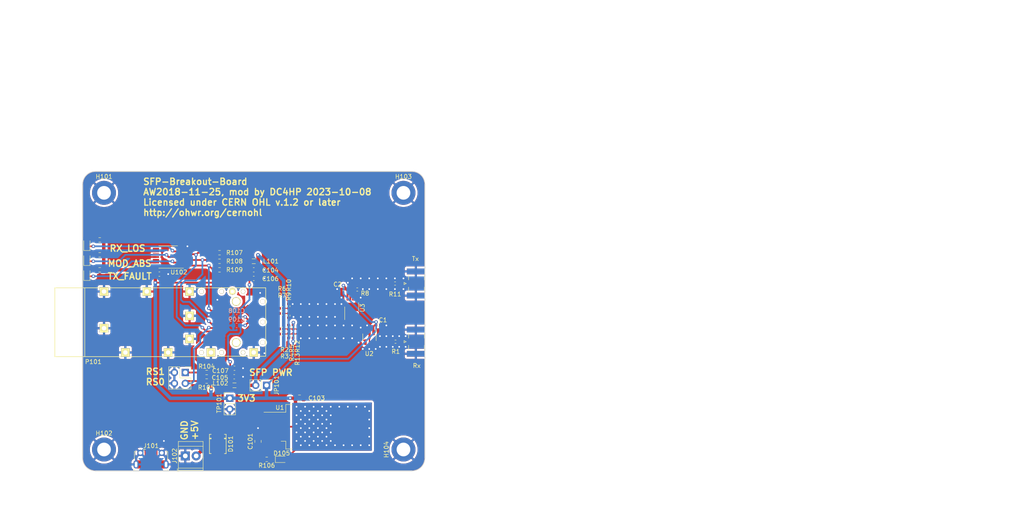
<source format=kicad_pcb>
(kicad_pcb (version 20240108) (generator "pcbnew") (generator_version "8.0")
  (title_block (title "SFP breakout-board") (company "Anders.e.e.Wallin \"at\" gmail.com") (comment 1 "1st PCB run 2018-11-25") (comment 4 "AISLER Project ID: YSLMLNNY"))
  (layers (0 "F.Cu" signal) (31 "B.Cu" signal) (34 "B.Paste" user) (35 "F.Paste" user) (36 "B.SilkS" user "B.Silkscreen") (37 "F.SilkS" user "F.Silkscreen") (38 "B.Mask" user) (39 "F.Mask" user) (44 "Edge.Cuts" user))
  (net 0 "")
  (net 1 "Net-(D101-K)")
  (net 2 "GND")
  (net 3 "+3V3")
  (net 4 "VccT")
  (net 5 "VccR")
  (net 6 "/T-")
  (net 7 "/T+")
  (net 8 "Net-(J104-In)")
  (net 9 "Net-(J107-In)")
  (net 10 "Net-(D101-A)")
  (net 11 "Net-(D102-A)")
  (net 12 "/TX_FAULT")
  (net 13 "/MOD_ABS")
  (net 14 "Net-(D103-A)")
  (net 15 "Net-(D104-A)")
  (net 16 "/LOS")
  (net 17 "Net-(D105-K)")
  (net 21 "/RS1")
  (net 22 "/RS0")
  (net 23 "Net-(JP101-Pad2)")
  (net 24 "Net-(P101-TX_FAULT)")
  (net 27 "Net-(P101-MOD_ABS)")
  (net 28 "Net-(P101-RX_LOS)")
  (net 29 "/TD-")
  (net 30 "/TD+")
  (net 31 "/RD+")
  (net 32 "/RD-")
  (net 36 "Net-(U2-R)")
  (net 37 "Net-(U3-DI2)")
  (net 38 "Net-(U3-DI1)")
  (net 41 "/R+")
  (net 42 "/R-")
  (footprint "Capacitor_SMD:C_0805_2012Metric" (layer "F.Cu") (at 106 118.1 -90)
    (property "Reference" "C101")
    (property "Value" "10u")
  )
  (footprint "Capacitor_SMD:C_0603_1608Metric" (layer "F.Cu") (at 82.9375 79)
    (property "Reference" "C102" (hide yes))
    (property "Value" "100n")
  )
  (footprint "Capacitor_SMD:C_0805_2012Metric" (layer "F.Cu") (at 115.7 108)
    (property "Reference" "C103")
    (property "Value" "10u")
  )
  (footprint "Capacitor_SMD:C_0603_1608Metric" (layer "F.Cu") (at 105 78)
    (property "Reference" "C104")
    (property "Value" "1u")
  )
  (footprint "Capacitor_SMD:C_0603_1608Metric" (layer "F.Cu") (at 100.4375 103)
    (property "Reference" "C105")
    (property "Value" "1u")
  )
  (footprint "Capacitor_SMD:C_0603_1608Metric" (layer "F.Cu") (at 105 80)
    (property "Reference" "C106")
    (property "Value" "100n")
  )
  (footprint "Capacitor_SMD:C_0603_1608Metric" (layer "F.Cu") (at 100.5 101)
    (property "Reference" "C107")
    (property "Value" "100n")
  )
  (footprint "awallinKiCadFootprints:DIODE_DO-214BA" (layer "F.Cu") (at 96.6 118.7 -90)
    (property "Reference" "D101")
    (property "Value" "D")
  )
  (footprint "LED_SMD:LED_0603_1608Metric" (layer "F.Cu") (at 66 79 90)
    (property "Reference" "D102" (hide yes))
    (property "Value" "LED")
  )
  (footprint "LED_SMD:LED_0603_1608Metric" (layer "F.Cu") (at 66 75.5 90)
    (property "Reference" "D103" (hide yes))
    (property "Value" "LED")
  )
  (footprint "LED_SMD:LED_0603_1608Metric" (layer "F.Cu") (at 66 72 90)
    (property "Reference" "D104" (hide yes))
    (property "Value" "LED")
  )
  (footprint "LED_SMD:LED_0603_1608Metric" (layer "F.Cu") (at 111.5375 122.3)
    (property "Reference" "D105")
    (property "Value" "LED")
  )
  (footprint "Connector_USB:USB_Micro-B_Molex-105017-0001" (layer "F.Cu") (at 81 122.25)
    (property "Reference" "J101")
    (property "Value" "USB_B_Micro")
  )
  (footprint "TerminalBlock_TE-Connectivity:TerminalBlock_TE_282834-2_1x02_P2.54mm_Horizontal" (layer "F.Cu") (at 89 121.5)
    (property "Reference" "J102")
    (property "Value" "Conn_01x02")
  )
  (footprint "Connector_PinHeader_2.54mm:PinHeader_2x02_P2.54mm_Vertical" (layer "F.Cu") (at 89 102 -90)
    (property "Reference" "J103" (hide yes))
    (property "Value" "Conn_02x02_Counter_Clockwise")
  )
  (footprint "Connector_Coaxial:SMA_Samtec_SMA-J-P-X-ST-EM1_EdgeMount" (layer "F.Cu") (at 142.9 81.2 90)
    (property "Reference" "J104" (hide yes))
    (property "Value" "Conn_Coaxial")
  )
  (footprint "Inductor_SMD:L_0805_2012Metric" (layer "F.Cu") (at 105 76)
    (property "Reference" "L101")
    (property "Value" "1uH")
  )
  (footprint "Inductor_SMD:L_0805_2012Metric" (layer "F.Cu") (at 100.5 105)
    (property "Reference" "L102")
    (property "Value" "1uH")
  )
  (footprint "awallinKiCadFootprints:Connector_SFP_and_Cage" (layer "F.Cu") (at 100 95)
    (property "Reference" "P101")
    (property "Value" "SFP-CONNECTOR" (hide yes))
  )
  (footprint "Resistor_SMD:R_0603_1608Metric" (layer "F.Cu") (at 69 78 180)
    (property "Reference" "R101" (hide yes))
    (property "Value" "680R")
  )
  (footprint "Resistor_SMD:R_0603_1608Metric" (layer "F.Cu") (at 69 74.5 180)
    (property "Reference" "R102" (hide yes))
    (property "Value" "680R")
  )
  (footprint "Resistor_SMD:R_0603_1608Metric" (layer "F.Cu") (at 69 71 180)
    (property "Reference" "R103" (hide yes))
    (property "Value" "680R")
  )
  (footprint "Resistor_SMD:R_0603_1608Metric" (layer "F.Cu") (at 94 102)
    (property "Reference" "R104")
    (property "Value" "6k8")
  )
  (footprint "Resistor_SMD:R_0603_1608Metric" (layer "F.Cu") (at 94 104)
    (property "Reference" "R105")
    (property "Value" "6k8")
  )
  (footprint "Resistor_SMD:R_0603_1608Metric" (layer "F.Cu") (at 108.037501 122.3 180)
    (property "Reference" "R106")
    (property "Value" "680R")
  )
  (footprint "Package_SO:TSSOP-14_4.4x5mm_P0.65mm" (layer "F.Cu") (at 85 75 180)
    (property "Reference" "U102")
    (property "Value" "74HC14")
  )
  (footprint "MountingHole:MountingHole_3.2mm_M3_DIN965_Pad" (layer "F.Cu") (at 70 60)
    (property "Reference" "H101")
    (property "Value" "MountingHole_Pad")
  )
  (footprint "MountingHole:MountingHole_3.2mm_M3_DIN965_Pad" (layer "F.Cu") (at 70 120)
    (property "Reference" "H102")
    (property "Value" "MountingHole_Pad")
  )
  (footprint "MountingHole:MountingHole_3.2mm_M3_DIN965_Pad" (layer "F.Cu") (at 140 60)
    (property "Reference" "H103")
    (property "Value" "MountingHole_Pad")
  )
  (footprint "MountingHole:MountingHole_3.2mm_M3_DIN965_Pad" (layer "F.Cu") (at 140 120)
    (property "Reference" "H104")
    (property "Value" "MountingHole_Pad")
  )
  (footprint "Connector_Coaxial:SMA_Samtec_SMA-J-P-X-ST-EM1_EdgeMount" (layer "F.Cu") (at 142.9 94.8 90)
    (property "Reference" "J107" (hide yes))
    (property "Value" "Conn_Coaxial")
  )
  (footprint "Connector_PinHeader_2.54mm:PinHeader_1x02_P2.54mm_Vertical" (layer "F.Cu") (at 108 105 -90)
    (property "Reference" "JP101")
    (property "Value" "Jumper")
  )
  (footprint "Connector_PinHeader_2.54mm:PinHeader_1x02_P2.54mm_Vertical" (layer "F.Cu") (at 99.4 108.025)
    (property "Reference" "TP101")
    (property "Value" "TestPoint_2Pole")
  )
  (footprint "Resistor_SMD:R_0603_1608Metric" (layer "F.Cu") (at 97 74 180)
    (property "Reference" "R107")
    (property "Value" "6k8")
  )
  (footprint "Resistor_SMD:R_0603_1608Metric" (layer "F.Cu") (at 97 76 180)
    (property "Reference" "R108")
    (property "Value" "6k8")
  )
  (footprint "Resistor_SMD:R_0603_1608Metric" (layer "F.Cu") (at 97 78 180)
    (property "Reference" "R109")
    (property "Value" "6k8")
  )
  (footprint "Resistor_SMD:R_0402_1005Metric" (layer "F.Cu") (at 113.1 88.7 90)
    (property "Reference" "R9")
    (property "Value" "110")
  )
  (footprint "Package_TO_SOT_SMD:TO-263-3_TabPin2" (layer "F.Cu") (at 117.325 114.675)
    (property "Reference" "U1")
    (property "Value" "LD1086D2M33TR")
  )
  (footprint "Package_TO_SOT_SMD:SOT-23-5" (layer "F.Cu") (at 132.049999 93.7625 -90)
    (property "Reference" "U2")
    (property "Value" "SN65LVDS2DBV")
  )
  (footprint "Resistor_SMD:R_0402_1005Metric" (layer "F.Cu") (at 129.2 82.6 180)
    (property "Reference" "R8")
    (property "Value" "10k")
  )
  (footprint "Capacitor_SMD:C_0402_1005Metric" (layer "F.Cu") (at 125.98 82.5 180)
    (property "Reference" "C2")
    (property "Value" "100n")
  )
  (footprint "Resistor_SMD:R_0402_1005Metric" (layer "F.Cu") (at 111.6 91.8)
    (property "Reference" "R2")
    (property "Value" "0")
  )
  (footprint "Resistor_SMD:R_0402_1005Metric" (layer "F.Cu") (at 111.6 87)
    (property "Reference" "R6")
    (property "Value" "0")
  )
  (footprint "Resistor_SMD:R_0402_1005Metric" (layer "F.Cu") (at 111.6 93)
    (property "Reference" "R3")
    (property "Value" "0")
  )
  (footprint "Resistor_SMD:R_0402_1005Metric" (layer "F.Cu") (at 113.1 91.4 -90)
    (property "Reference" "R5")
    (property "Value" "154")
  )
  (footprint "Resistor_SMD:R_0402_1005Metric" (layer "F.Cu") (at 113.1 93.4 90)
    (property "Reference" "R4")
    (property "Value" "154")
  )
  (footprint "Resistor_SMD:R_0402_1005Metric" (layer "F.Cu") (at 111.6 88.2)
    (property "Reference" "R7")
    (property "Value" "0")
  )
  (footprint "Resistor_SMD:R_0402_1005Metric" (layer "F.Cu") (at 113.1 86.5 -90)
    (property "Reference" "R10")
    (property "Value" "110")
  )
  (footprint "Resistor_SMD:R_0402_1005Metric" (layer "F.Cu") (at 114.2 91.4 -90)
    (property "Reference" "R12")
    (property "Value" "274")
  )
  (footprint "Resistor_SMD:R_0402_1005Metric" (layer "F.Cu") (at 138.1375 94.8)
    (property "Reference" "R1")
    (property "Value" "0")
  )
  (footprint "Package_SO:VSSOP-8_3.0x3.0mm_P0.65mm" (layer "F.Cu") (at 127.89 86.6625 90)
    (property "Reference" "U3")
    (property "Value" "SN65EPT22")
  )
  (footprint "Capacitor_SMD:C_0402_1005Metric" (layer "F.Cu") (at 134.1 90.9)
    (property "Reference" "C1")
    (property "Value" "100n")
  )
  (footprint "Resistor_SMD:R_0402_1005Metric" (layer "F.Cu") (at 114.2 93.4 90)
    (property "Reference" "R13")
    (property "Value" "274")
  )
  (footprint "Resistor_SMD:R_0402_1005Metric" (layer "F.Cu") (at 138.0375 81.2)
    (property "Reference" "R11")
    (property "Value" "0")
  )
  (footprint "Capacitor_SMD:C_0603_1608Metric" (layer "B.Cu") (at 101 89 180)
    (property "Reference" "C108")
    (property "Value" "10n")
  )
  (footprint "Capacitor_SMD:C_0603_1608Metric" (layer "B.Cu") (at 101 91 180)
    (property "Reference" "C109")
    (property "Value" "10n")
  )
  (gr_arc (start 142 55) (mid 144.12132 55.87868) (end 145 58) (stroke (width 0.15)) (layer "Edge.Cuts"))
  (gr_arc (start 65 58) (mid 65.87868 55.87868) (end 68 55) (stroke (width 0.15)) (layer "Edge.Cuts"))
  (gr_line (start 142 55) (end 68 55) (stroke (width 0.2)) (layer "Edge.Cuts"))
  (gr_line (start 68 125) (end 142 125) (stroke (width 0.2)) (layer "Edge.Cuts"))
  (gr_line (start 65 58) (end 65 122) (stroke (width 0.2)) (layer "Edge.Cuts"))
  (gr_arc (start 145 122) (mid 144.12132 124.12132) (end 142 125) (stroke (width 0.15)) (layer "Edge.Cuts"))
  (gr_arc (start 68 125) (mid 65.87868 124.12132) (end 65 122) (stroke (width 0.15)) (layer "Edge.Cuts"))
  (gr_line (start 145 122) (end 145 58) (stroke (width 0.2)) (layer "Edge.Cuts"))
  (gr_text "MOD_ABS" (at 76 76.5 0) (layer "F.SilkS") (effects (font (size 1.5 1.5) (thickness 0.3))))
  (gr_text "RS1\nRS0" (at 82 103 0) (layer "F.SilkS") (effects (font (size 1.5 1.5) (thickness 0.3))))
  (gr_text "Rx" (at 142.1 101 0) (layer "F.SilkS") (effects (font (size 1 1)) (justify left bottom)))
  (gr_text "Tx" (at 141.9 76 0) (layer "F.SilkS") (effects (font (size 1 1)) (justify left bottom)))
  (gr_text "GND\n+5V" (at 90 115.5 90) (layer "F.SilkS") (effects (font (size 1.5 1.5) (thickness 0.3))))
  (gr_text "3V3" (at 103.3 108 0) (layer "F.SilkS") (effects (font (size 1.5 1.5) (thickness 0.3))))
  (gr_text "TX_FAULT" (at 76 79.5 0) (layer "F.SilkS") (effects (font (size 1.5 1.5) (thickness 0.3))))
  (gr_text "RX_LOS" (at 75.5 73 0) (layer "F.SilkS") (effects (font (size 1.5 1.5) (thickness 0.3))))
  (gr_text "SFP-Breakout-Board\nAW2018-11-25, mod by DC4HP 2023-10-08\nLicensed under CERN OHL v.1.2 or later\nhttp://ohwr.org/cernohl" (at 79 61 0) (layer "F.SilkS") (effects (font (size 1.5 1.5) (thickness 0.3)) (justify left)))
  (gr_text "SFP PWR" (at 109 102 0) (layer "F.SilkS") (effects (font (size 1.5 1.5) (thickness 0.3))))
  (segment (start 96.7625 117.1625) (end 96.6 117) (width 0.8) (layer "F.Cu") (net 1))
  (segment (start 106 117.1625) (end 96.7625 117.1625) (width 0.8) (layer "F.Cu") (net 1))
  (segment (start 109.6225 117.1625) (end 109.675 117.215) (width 0.8) (layer "F.Cu") (net 1))
  (segment (start 106 117.1625) (end 109.6225 117.1625) (width 0.8) (layer "F.Cu") (net 1))
  (segment (start 82.9125 116.5) (end 95.95 116.5) (width 0.8) (layer "F.Cu") (net 1))
  (segment (start 79.7 119.7125) (end 82.9125 116.5) (width 0.8) (layer "F.Cu") (net 1))
  (segment (start 79.7 120.7875) (end 79.7 119.7125) (width 0.4) (layer "F.Cu") (net 1))
  (segment (start 102 93) (end 101 93) (width 0.4) (layer "F.Cu") (net 2))
  (segment (start 103.6 86.4) (end 105 86.4) (width 0.4) (layer "F.Cu") (net 2))
  (segment (start 103.984002 91.2) (end 103.184002 92) (width 0.4) (layer "F.Cu") (net 2))
  (segment (start 103.6 93.6) (end 105 93.6) (width 0.4) (layer "F.Cu") (net 2))
  (segment (start 94.6 88.4) (end 94.5 88.5) (width 0.4) (layer "F.Cu") (net 2))
  (segment (start 101 93) (end 100 93) (width 0.4) (layer "F.Cu") (net 2))
  (segment (start 102.2 86.8) (end 102 87) (width 0.4) (layer "F.Cu") (net 2))
  (segment (start 98.8 86.8) (end 96.8 86.8) (width 0.4) (layer "F.Cu") (net 2))
  (segment (start 88.95 73.05) (end 89.5 72.5) (width 0.4) (layer "F.Cu") (net 2))
  (segment (start 82.05 76.3) (end 80.2 76.3) (width 0.4) (layer "F.Cu") (net 2))
  (segment (start 85 79) (end 83.875 79) (width 0.4) (layer "F.Cu") (net 2))
  (segment (start 96.8 88.4) (end 94.6 88.4) (width 0.4) (layer "F.Cu") (net 2))
  (segment (start 103.984002 88.8) (end 103 87.815998) (width 0.4) (layer "F.Cu") (net 2))
  (segment (start 102 87) (end 99 87) (width 0.4) (layer "F.Cu") (net 2))
  (segment (start 103 87.815998) (end 103 87) (width 0.4) (layer "F.Cu") (net 2))
  (segment (start 103 87) (end 102.8 86.8) (width 0.4) (layer "F.Cu") (net 2))
  (segment (start 100 93) (end 99 94) (width 0.4) (layer "F.Cu") (net 2))
  (segment (start 87.95 73.05) (end 88.95 73.05) (width 0.4) (layer "F.Cu") (net 2))
  (segment (start 96.8 86.8) (end 96.8 85.3) (width 0.4) (layer "F.Cu") (net 2))
  (segment (start 99 94) (end 96.8 94) (width 0.4) (layer "F.Cu") (net 2))
  (segment (start 103.984002 91.2) (end 102.184002 93) (width 0.4) (layer "F.Cu") (net 2))
  (segment (start 103 87) (end 103.6 86.4) (width 0.4) (layer "F.Cu") (net 2))
  (segment (start 82.3 120.7875) (end 82.3 119.7) (width 0.4) (layer "F.Cu") (net 2))
  (segment (start 105 91.2) (end 103.984002 91.2) (width 0.4) (layer "F.Cu") (net 2))
  (segment (start 102.184002 93) (end 101 93) (width 0.4) (layer "F.Cu") (net 2))
  (segment (start 82.05 73.7) (end 80.2 73.7) (width 0.4) (layer "F.Cu") (net 2))
  (segment (start 96.8 85.3) (end 96.5 85) (width 0.4) (layer "F.Cu") (net 2))
  (segment (start 113.1 89.21) (end 113.1 90.89) (width 0.4) (layer "F.Cu") (net 2))
  (segment (start 102.6 93.6) (end 102 93) (width 0.4) (layer "F.Cu") (net 2))
  (segment (start 99 87) (end 98.8 86.8) (width 0.4) (layer "F.Cu") (net 2))
  (segment (start 82.3 119.7) (end 84 118) (width 0.4) (layer "F.Cu") (net 2))
  (segment (start 105 88.8) (end 103.984002 88.8) (width 0.4) (layer "F.Cu") (net 2))
  (segment (start 102.8 86.8) (end 102.2 86.8) (width 0.4) (layer "F.Cu") (net 2))
  (segment (start 105 93.6) (end 102.6 93.6) (width 0.4) (layer "F.Cu") (net 2))
  (segment (start 82.05 75) (end 80.2 75) (width 0.4) (layer "F.Cu") (net 2))
  (via (at 132 82.5) (size 0.8) (drill 0.4) (layers "F.Cu" "B.Cu") (net 2))
  (via (at 114.1 86) (size 0.8) (drill 0.4) (layers "F.Cu" "B.Cu") (net 2))
  (via (at 118 94) (size 0.8) (drill 0.4) (layers "F.Cu" "B.Cu") (net 2))
  (via (at 120 91) (size 0.8) (drill 0.4) (layers "F.Cu" "B.Cu") (net 2))
  (via (at 107.5 80) (size 0.8) (drill 0.4) (layers "F.Cu" "B.Cu") (net 2))
  (via (at 125.5 84.5) (size 0.8) (drill 0.4) (layers "F.Cu" "B.Cu") (net 2))
  (via (at 127 81) (size 0.8) (drill 0.4) (layers "F.Cu" "B.Cu") (net 2))
  (via (at 138 80) (size 0.8) (drill 0.4) (layers "F.Cu" "B.Cu") (net 2))
  (via (at 134.5 93.5) (size 0.8) (drill 0.4) (layers "F.Cu" "B.Cu") (net 2))
  (via (at 136 80) (size 0.8) (drill 0.4) (layers "F.Cu" "B.Cu") (net 2))
  (via (at 140.5 96) (size 0.8) (drill 0.4) (layers "F.Cu" "B.Cu") (net 2))
  (via (at 126 94) (size 0.8) (drill 0.4) (layers "F.Cu" "B.Cu") (net 2))
  (via (at 136 96) (size 0.8) (drill 0.4) (layers "F.Cu" "B.Cu") (net 2))
  (via (at 134.5 96) (size 0.8) (drill 0.4) (layers "F.Cu" "B.Cu") (net 2))
  (via (at 122 91) (size 0.8) (drill 0.4) (layers "F.Cu" "B.Cu") (net 2))
  (via (at 114.3 89) (size 0.8) (drill 0.4) (layers "F.Cu" "B.Cu") (net 2))
  (via (at 120 86) (size 0.8) (drill 0.4) (layers "F.Cu" "B.Cu") (net 2))
  (via (at 116 89) (size 0.8) (drill 0.4) (layers "F.Cu" "B.Cu") (net 2))
  (via (at 134 80) (size 0.8) (drill 0.4) (layers "F.Cu" "B.Cu") (net 2))
  (via (at 128 80) (size 0.8) (drill 0.4) (layers "F.Cu" "B.Cu") (net 2))
  (via (at 140 82.5) (size 0.8) (drill 0.4) (layers "F.Cu" "B.Cu") (net 2))
  (via (at 118 91) (size 0.8) (drill 0.4) (layers "F.Cu" "B.Cu") (net 2))
  (via (at 122 94) (size 0.8) (drill 0.4) (layers "F.Cu" "B.Cu") (net 2))
  (via (at 120 94) (size 0.8) (drill 0.4) (layers "F.Cu" "B.Cu") (net 2))
  (via (at 102.5 103) (size 0.8) (drill 0.4) (layers "F.Cu" "B.Cu") (net 2))
  (via (at 131.5 91) (size 0.8) (drill 0.4) (layers "F.Cu" "B.Cu") (net 2))
  (via (at 128 91) (size 0.8) (drill 0.4) (layers "F.Cu" "B.Cu") (net 2))
  (via (at 124 94) (size 0.8) (drill 0.4) (layers "F.Cu" "B.Cu") (net 2))
  (via (at 124 89) (size 0.8) (drill 0.4) (layers "F.Cu" "B.Cu") (net 2))
  (via (at 116 86) (size 0.8) (drill 0.4) (layers "F.Cu" "B.Cu") (net 2))
  (via (at 136 82.5) (size 0.8) (drill 0.4) (layers "F.Cu" "B.Cu") (net 2))
  (via (at 124 91) (size 0.8) (drill 0.4) (layers "F.Cu" "B.Cu") (net 2))
  (via (at 136 93.5) (size 0.8) (drill 0.4) (layers "F.Cu" "B.Cu") (net 2))
  (via (at 106.5 83.4) (size 0.8) (drill 0.4) (layers "F.Cu" "B.Cu") (net 2))
  (via (at 106 115) (size 0.8) (drill 0.4) (layers "F.Cu" "B.Cu") (net 2))
  (via (at 84 118) (size 0.8) (drill 0.4) (layers "F.Cu" "B.Cu") (net 2))
  (via (at 140 80) (size 0.8) (drill 0.4) (layers "F.Cu" "B.Cu") (net 2))
  (via (at 132 96.5) (size 0.8) (drill 0.4) (layers "F.Cu" "B.Cu") (net 2))
  (via (at 122 86) (size 0.8) (drill 0.4) (layers "F.Cu" "B.Cu") (net 2))
  (via (at 125.5 86) (size 0.8) (drill 0.4) (layers "F.Cu" "B.Cu") (net 2))
  (via (at 107.5 78) (size 0.8) (drill 0.4) (layers "F.Cu" "B.Cu") (net 2))
  (via (at 85 79) (size 0.8) (drill 0.4) (layers "F.Cu" "B.Cu") (net 2))
  (via (at 102.5 101) (size 0.8) (drill 0.4) (layers "F.Cu" "B.Cu") (net 2))
  (via (at 118 89) (size 0.8) (drill 0.4) (layers "F.Cu" "B.Cu") (net 2))
  (via (at 140.5 93.5) (size 0.8) (drill 0.4) (layers "F.Cu" "B.Cu") (net 2))
  (via (at 137.5 93.5) (size 0.8) (drill 0.4) (layers "F.Cu" "B.Cu") (net 2))
  (via (at 124.5 82.5) (size 0.8) (drill 0.4) (layers "F.Cu" "B.Cu") (net 2))
  (via (at 138 82.5) (size 0.8) (drill 0.4) (layers "F.Cu" "B.Cu") (net 2))
  (via (at 137.5 96) (size 0.8) (drill 0.4) (layers "F.Cu" "B.Cu") (net 2))
  (via (at 126 91) (size 0.8) (drill 0.4) (layers "F.Cu" "B.Cu") (net 2))
  (via (at 116 91) (size 0.8) (drill 0.4) (layers "F.Cu" "B.Cu") (net 2))
  (via (at 129.5 95) (size 0.8) (drill 0.4) (layers "F.Cu" "B.Cu") (net 2))
  (via (at 136 91) (size 0.8) (drill 0.4) (layers "F.Cu" "B.Cu") (net 2))
  (via (at 139 93.5) (size 0.8) (drill 0.4) (layers "F.Cu" "B.Cu") (net 2))
  (via (at 128 94) (size 0.8) (drill 0.4) (layers "F.Cu" "B.Cu") (net 2))
  (via (at 124 86) (size 0.8) (drill 0.4) (layers "F.Cu" "B.Cu") (net 2))
  (via (at 130.5 96.5) (size 0.8) (drill 0.4) (layers "F.Cu" "B.Cu") (net 2))
  (via (at 122 89) (size 0.8) (drill 0.4) (layers "F.Cu" "B.Cu") (net 2))
  (via (at 116 94) (size 0.8) (drill 0.4) (layers "F.Cu" "B.Cu") (net 2))
  (via (at 134 82.5) (size 0.8) (drill 0.4) (layers "F.Cu" "B.Cu") (net 2))
  (via (at 94.5 88.5) (size 0.8) (drill 0.4) (layers "F.Cu" "B.Cu") (net 2))
  (via (at 130.5 82.5) (size 0.8) (drill 0.4) (layers "F.Cu" "B.Cu") (net 2))
  (via (at 133.5 96.5) (size 0.8) (drill 0.4) (layers "F.Cu" "B.Cu") (net 2))
  (via (at 120 89) (size 0.8) (drill 0.4) (layers "F.Cu" "B.Cu") (net 2))
  (via (at 89.5 72.5) (size 0.8) (drill 0.4) (layers "F.Cu" "B.Cu") (net 2))
  (via (at 132 80) (size 0.8) (drill 0.4) (layers "F.Cu" "B.Cu") (net 2))
  (via (at 107.5 97.5) (size 0.8) (drill 0.4) (layers "F.Cu" "B.Cu") (net 2))
  (via (at 130 91.5) (size 0.8) (drill 0.4) (layers "F.Cu" "B.Cu") (net 2))
  (via (at 130 84.5) (size 0.8) (drill 0.4) (layers "F.Cu" "B.Cu") (net 2))
  (via (at 96.5 85) (size 0.8) (drill 0.4) (layers "F.Cu" "B.Cu") (net 2))
  (via (at 139 96) (size 0.8) (drill 0.4) (layers "F.Cu" "B.Cu") (net 2))
  (via (at 118 86) (size 0.8) (drill 0.4) (layers "F.Cu" "B.Cu") (net 2))
  (via (at 130 80) (size 0.8) (drill 0.4) (layers "F.Cu" "B.Cu") (net 2))
  (segment (start 97.9375 76) (end 97.9375 74) (width 0.4) (layer "F.Cu") (net 3))
  (segment (start 82 79) (end 81 78) (width 0.8) (layer "F.Cu") (net 3))
  (segment (start 82.05 76.95) (end 81.5 77.5) (width 0.4) (layer "F.Cu") (net 3))
  (segment (start 118.325 114.675) (end 118.825 114.675) (width 0.4) (layer "F.Cu") (net 3))
  (segment (start 126.915 82.955) (end 126.545685 82.585685) (width 0.4) (layer "F.Cu") (net 3))
  (segment (start 117 112) (end 116.4 111.9) (width 0.8) (layer "F.Cu") (net 3))
  (segment (start 116 115) (end 116.325 114.675) (width 0.4) (layer "F.Cu") (net 3))
  (segment (start 114.2 90.89) (end 114.2 90.392524) (width 0.4) (layer "F.Cu") (net 3))
  (segment (start 132.999999 92.625) (end 132.999999 91.225001) (width 0.4) (layer "F.Cu") (net 3))
  (segment (start 114.2 90.392524) (end 114.275701 90.316823) (width 0.4) (layer "F.Cu") (net 3))
  (segment (start 97.9375 78) (end 97.9375 76) (width 0.4) (layer "F.Cu") (net 3))
  (segment (start 114.2 93.91) (end 114.2 94.7) (width 0.4) (layer "F.Cu") (net 3))
  (segment (start 116 118.775) (end 116.4 118.375) (width 0.4) (layer "F.Cu") (net 3))
  (segment (start 114.7625 108) (end 114.7625 109.7625) (width 0.8) (layer "F.Cu") (net 3))
  (segment (start 95 106) (end 95 104.0625) (width 0.8) (layer "F.Cu") (net 3))
  (segment (start 82 81) (end 96 81) (width 0.4) (layer "F.Cu") (net 3))
  (segment (start 116.4 118.375) (end 117 118) (width 0.4) (layer "F.Cu") (net 3))
  (segment (start 118 115) (end 118.325 114.675) (width 0.4) (layer "F.Cu") (net 3))
  (segment (start 126.915 84.4625) (end 126.915 82.955) (width 0.4) (layer "F.Cu") (net 3))
  (segment (start 115 110) (end 114.7625 110.2375) (width 0.8) (layer "F.Cu") (net 3))
  (segment (start 133.6 90.88) (end 133.62 90.9) (width 0.4) (layer "F.Cu") (net 3))
  (segment (start 69.9375 78) (end 69.9375 74.5) (width 0.8) (layer "F.Cu") (net 3))
  (segment (start 69.9375 74.5) (end 69.9375 71) (width 0.8) (layer "F.Cu") (net 3))
  (segment (start 95 104.0625) (end 94.9375 104) (width 0.8) (layer "F.Cu") (net 3))
  (segment (start 112.475 122.3) (end 115.775 119) (width 0.4) (layer "F.Cu") (net 3))
  (segment (start 117.675 114.675) (end 118 115) (width 0.4) (layer "F.Cu") (net 3))
  (segment (start 132.999999 91.225001) (end 133.325 90.9) (width 0.4) (layer "F.Cu") (net 3))
  (segment (start 116 111.5) (end 117 112) (width 0.8) (layer "F.Cu") (net 3))
  (segment (start 115.775 119) (end 116 119) (width 0.4) (layer "F.Cu") (net 3))
  (segment (start 133.6 90.2) (end 133.6 90.88) (width 0.4) (layer "F.Cu") (net 3))
  (segment (start 115.5 111) (end 116 111) (width 0.8) (layer "F.Cu") (net 3))
  (segment (start 126.46 82.160389) (end 125.965695 81.666084) (width 0.4) (layer "F.Cu") (net 3))
  (segment (start 114.7625 109.7625) (end 115 110) (width 0.8) (layer "F.Cu") (net 3))
  (segment (start 114.7625 110.2625) (end 115.5 111) (width 0.8) (layer "F.Cu") (net 3))
  (segment (start 96 81) (end 98 79) (width 0.4) (layer "F.Cu") (net 3))
  (segment (start 115.675 114.675) (end 116 115) (width 0.4) (layer "F.Cu") (net 3))
  (segment (start 109.675 114.675) (end 115.675 114.675) (width 0.4) (layer "F.Cu") (net 3))
  (segment (start 81 78) (end 69.9375 78) (width 0.8) (layer "F.Cu") (net 3))
  (segment (start 94.9375 102) (end 94.9375 104) (width 0.8) (layer "F.Cu") (net 3))
  (segment (start 116.325 114.675) (end 117.675 114.675) (width 0.4) (layer "F.Cu") (net 3))
  (segment (start 82 81) (end 82 79) (width 0.8) (layer "F.Cu") (net 3))
  (segment (start 116 119) (end 116 118.775) (width 0.4) (layer "F.Cu") (net 3))
  (segment (start 114.7625 110.2375) (end 114.7625 110.2625) (width 0.8) (layer "F.Cu") (net 3))
  (segment (start 116 111) (end 116 111.5) (width 0.8) (layer "F.Cu") (net 3))
  (segment (start 126.46 82.5) (end 126.46 82.160389) (width 0.4) (layer "F.Cu") (net 3))
  (segment (start 81.5 77.5) (end 81 78) (width 0.4) (layer "F.Cu") (net 3))
  (segment (start 98 79) (end 97.9375 78.9375) (width 0.4) (layer "F.Cu") (net 3))
  (segment (start 97.9375 78.9375) (end 97.9375 78) (width 0.4) (layer "F.Cu") (net 3))
  (segment (start 117 118) (end 116.4 117.45) (width 0.4) (layer "F.Cu") (net 3))
  (segment (start 113.5 108) (end 114.7625 108) (width 0.8) (layer "F.Cu") (net 3))
  (via (at 118 111) (size 0.8) (drill 0.4) (layers "F.Cu" "B.Cu") (net 3))
  (via (at 122 111) (size 0.8) (drill 0.4) (layers "F.Cu" "B.Cu") (net 3))
  (via (at 117 116) (size 0.8) (drill 0.4) (layers "F.Cu" "B.Cu") (net 3))
  (via (at 120 117) (size 0.8) (drill 0.4) (layers "F.Cu" "B.Cu") (net 3))
  (via (at 123 118) (size 0.8) (drill 0.4) (layers "F.Cu" "B.Cu") (net 3))
  (via (at 117 110) (size 0.8) (drill 0.4) (layers "F.Cu" "B.Cu") (net 3))
  (via (at 118 115) (size 0.8) (drill 0.4) (layers "F.Cu" "B.Cu") (net 3))
  (via (at 125.965695 81.666084) (size 0.8) (drill 0.4) (layers "F.Cu" "B.Cu") (net 3))
  (via (at 132 113) (size 0.8) (drill 0.4) (layers "F.Cu" "B.Cu") (net 3))
  (via (at 119 112) (size 0.8) (drill 0.4) (layers "F.Cu" "B.Cu") (net 3))
  (via (at 116 119) (size 0.8) (drill 0.4) (layers "F.Cu" "B.Cu") (net 3))
  (via (at 133.6 90.2) (size 0.8) (drill 0.4) (layers "F.Cu" "B.Cu") (net 3))
  (via (at 125 110) (size 0.8) (drill 0.4) (layers "F.Cu" "B.Cu") (net 3))
  (via (at 116 113) (size 0.8) (drill 0.4) (layers "F.Cu" "B.Cu") (net 3))
  (via (at 120 119) (size 0.8) (drill 0.4) (layers "F.Cu" "B.Cu") (net 3))
  (via (at 123 110) (size 0.8) (drill 0.4) (layers "F.Cu" "B.Cu") (net 3))
  (via (at 120 111) (size 0.8) (drill 0.4) (layers "F.Cu" "B.Cu") (net 3))
  (via (at 123 114) (size 0.8) (drill 0.4) (layers "F.Cu" "B.Cu") (net 3))
  (via (at 132 115) (size 0.8) (drill 0.4) (layers "F.Cu" "B.Cu") (net 3))
  (via (at 119 116) (size 0.8) (drill 0.4) (layers "F.Cu" "B.Cu") (net 3))
  (via (at 116 111) (size 0.8) (drill 0.4) (layers "F.Cu" "B.Cu") (net 3))
  (via (at 118 113) (size 0.8) (drill 0.4) (layers "F.Cu" "B.Cu") (net 3))
  (via (at 122 117) (size 0.8) (drill 0.4) (layers "F.Cu" "B.Cu") (net 3))
  (via (at 123 116) (size 0.8) (drill 0.4) (layers "F.Cu" "B.Cu") (net 3))
  (via (at 120 113) (size 0.8) (drill 0.4) (layers "F.Cu" "B.Cu") (net 3))
  (via (at 126 119) (size 0.8) (drill 0.4) (layers "F.Cu" "B.Cu") (net 3))
  (via (at 121 114) (size 0.8) (drill 0.4) (layers "F.Cu" "B.Cu") (net 3))
  (via (at 114.2 94.7) (size 0.8) (drill 0.4) (layers "F.Cu" "B.Cu") (net 3))
  (via (at 132 111) (size 0.8) (drill 0.4) (layers "F.Cu" "B.Cu") (net 3))
  (via (at 115 112) (size 0.8) (drill 0.4) (layers "F.Cu" "B.Cu") (net 3))
  (via (at 122 115) (size 0.8) (drill 0.4) (layers "F.Cu" "B.Cu") (net 3))
  (via (at 122 119) (size 0.8) (drill 0.4) (layers "F.Cu" "B.Cu") (net 3))
  (via (at 128 119) (size 0.8) (drill 0.4) (layers "F.Cu" "B.Cu") (net 3))
  (via (at 116 115) (size 0.8) (drill 0.4) (layers "F.Cu" "B.Cu") (net 3))
  (via (at 129 110) (size 0.8) (drill 0.4) (layers "F.Cu" "B.Cu") (net 3))
  (via (at 127 110) (size 0.8) (drill 0.4) (layers "F.Cu" "B.Cu") (net 3))
  (via (at 82 81) (size 0.8) (drill 0.4) (layers "F.Cu" "B.Cu") (net 3))
  (via (at 119 110) (size 0.8) (drill 0.4) (layers "F.Cu" "B.Cu") (net 3))
  (via (at 121 116) (size 0.8) (drill 0.4) (layers "F.Cu" "B.Cu") (net 3))
  (via (at 115 114) (size 0.8) (drill 0.4) (layers "F.Cu" "B.Cu") (net 3))
  (via (at 132 117) (size 0.8) (drill 0.4) (layers "F.Cu" "B.Cu") (net 3))
  (via (at 121 118) (size 0.8) (drill 0.4) (layers "F.Cu" "B.Cu") (net 3))
  (via (at 117 114) (size 0.8) (drill 0.4) (layers "F.Cu" "B.Cu") (net 3))
  (via (at 124 119) (size 0.8) (drill 0.4) (layers "F.Cu" "B.Cu") (net 3))
  (via (at 115 118) (size 0.8) (drill 0.4) (layers "F.Cu" "B.Cu") (net 3))
  (via (at 118 119) (size 0.8) (drill 0.4) (layers "F.Cu" "B.Cu") (net 3))
  (via (at 120 115) (size 0.8) (drill 0.4) (layers "F.Cu" "B.Cu") (net 3))
  (via (at 115 116) (size 0.8) (drill 0.4) (layers "F.Cu" "B.Cu") (net 3))
  (via (at 119 114) (size 0.8) (drill 0.4) (layers "F.Cu" "B.Cu") (net 3))
  (via (at 121 112) (size 0.8) (drill 0.4) (layers "F.Cu" "B.Cu") (net 3))
  (via (at 117 112) (size 0.8) (drill 0.4) (layers "F.Cu" "B.Cu") (net 3))
  (via (at 132 119) (size 0.8) (drill 0.4) (layers "F.Cu" "B.Cu") (net 3))
  (via (at 122 113) (size 0.8) (drill 0.4) (layers "F.Cu" "B.Cu") (net 3))
  (via (at 118 117) (size 0.8) (drill 0.4) (layers "F.Cu" "B.Cu") (net 3))
  (via (at 117 118) (size 0.8) (drill 0.4) (layers "F.Cu" "B.Cu") (net 3))
  (via (at 113.5 108) (size 0.8) (drill 0.4) (layers "F.Cu" "B.Cu") (net 3))
  (via (at 121 110) (size 0.8) (drill 0.4) (layers "F.Cu" "B.Cu") (net 3))
  (via (at 130 119) (size 0.8) (drill 0.4) (layers "F.Cu" "B.Cu") (net 3))
  (via (at 119 118) (size 0.8) (drill 0.4) (layers "F.Cu" "B.Cu") (net 3))
  (via (at 114.275701 90.316823) (size 0.8) (drill 0.4) (layers "F.Cu" "B.Cu") (net 3))
  (via (at 116 117) (size 0.8) (drill 0.4) (layers "F.Cu" "B.Cu") (net 3))
  (via (at 115 110) (size 0.8) (drill 0.4) (layers "F.Cu" "B.Cu") (net 3))
  (via (at 131 110) (size 0.8) (drill 0.4) (layers "F.Cu" "B.Cu") (net 3))
  (via (at 123 112) (size 0.8) (drill 0.4) (layers "F.Cu" "B.Cu") (net 3))
  (via (at 95 106) (size 0.8) (drill 0.4) (layers "F.Cu" "B.Cu") (net 3))
  (segment (start 82 104.5) (end 82 81) (width 0.8) (layer "B.Cu") (net 3))
  (segment (start 132.5 90.2) (end 133.6 90.2) (width 0.4) (layer "B.Cu") (net 3))
  (segment (start 99.4 108.025) (end 85.525 108.025) (width 0.8) (layer "B.Cu") (net 3))
  (segment (start 85.525 108.025) (end 82 104.5) (width 0.8) (layer "B.Cu") (net 3))
  (segment (start 95 108.025) (end 99.4 108.025) (width 0.8) (layer "B.Cu") (net 3))
  (segment (start 133.6 90.2) (end 133.6 92.268629) (width 0.4) (layer "B.Cu") (net 3))
  (segment (start 114.2 94.7) (end 114.2 98.8) (width 0.4) (layer "B.Cu") (net 3))
  (segment (start 125.965695 81.666084) (end 125.965695 83.665695) (width 0.4) (layer "B.Cu") (net 3))
  (segment (start 127.068629 98.8) (end 114.2 98.8) (width 0.4) (layer "B.Cu") (net 3))
  (segment (start 114.2 98.8) (end 108 105) (width 0.4) (layer "B.Cu") (net 3))
  (segment (start 114.275701 90.316823) (end 114.275701 94.624299) (width 0.4) (layer "B.Cu") (net 3))
  (segment (start 114.275701 94.624299) (end 114.2 94.7) (width 0.4) (layer "B.Cu") (net 3))
  (segment (start 100.25 108) (end 108 108) (width 0.8) (layer "B.Cu") (net 3))
  (segment (start 113.5 108) (end 102 108) (width 0.8) (layer "B.Cu") (net 3))
  (segment (start 133.6 92.268629) (end 127.068629 98.8) (width 0.4) (layer "B.Cu") (net 3))
  (segment (start 95 106) (end 95 108.025) (width 0.8) (layer "B.Cu") (net 3))
  (segment (start 125.965695 83.665695) (end 132.5 90.2) (width 0.4) (layer "B.Cu") (net 3))
  (segment (start 108 108) (end 108 105) (width 0.8) (layer "B.Cu") (net 3))
  (segment (start 104.0625 78) (end 104.0625 76) (width 0.4) (layer "F.Cu") (net 4))
  (segment (start 103.6 89.6) (end 103 89) (width 0.4) (layer "F.Cu") (net 4))
  (segment (start 104 81.5) (end 104 80.0625) (width 0.4) (layer "F.Cu") (net 4))
  (segment (start 105 89.6) (end 103.6 89.6) (width 0.4) (layer "F.Cu") (net 4))
  (segment (start 104 80.0625) (end 104.0625 80) (width 0.4) (layer "F.Cu") (net 4))
  (segment (start 104.0625 80) (end 104.0625 78) (width 0.4) (layer "F.Cu") (net 4))
  (via (at 104 81.5) (size 0.8) (drill 0.4) (layers "F.Cu" "B.Cu") (net 4))
  (via (at 103 89) (size 0.8) (drill 0.4) (layers "F.Cu" "B.Cu") (net 4))
  (segment (start 101.9375 87.0625) (end 104 85) (width 0.4) (layer "B.Cu") (net 4))
  (segment (start 101.9375 89) (end 101.9375 87.0625) (width 0.4) (layer "B.Cu") (net 4))
  (segment (start 104 85) (end 104 81.5) (width 0.4) (layer "B.Cu") (net 4))
  (segment (start 103 89) (end 101.9375 89) (width 0.4) (layer "B.Cu") (net 4))
  (segment (start 99.5 100.9375) (end 99.5625 101) (width 0.4) (layer "F.Cu") (net 5))
  (segment (start 103.6 90.4) (end 103 91) (width 0.4) (layer "F.Cu") (net 5))
  (segment (start 99.5625 102.9375) (end 99.5 103) (width 0.4) (layer "F.Cu") (net 5))
  (segment (start 99.5625 101) (end 99.5625 102.9375) (width 0.4) (layer "F.Cu") (net 5))
  (segment (start 99.5 104.9375) (end 99.5625 105) (width 0.4) (layer "F.Cu") (net 5))
  (segment (start 99.5 103) (end 99.5 104.9375) (width 0.4) (layer "F.Cu") (net 5))
  (segment (start 105 90.4) (end 103.6 90.4) (width 0.4) (layer "F.Cu") (net 5))
  (segment (start 99.5 99.5) (end 99.5 100.9375) (width 0.4) (layer "F.Cu") (net 5))
  (via (at 103 91) (size 0.8) (drill 0.4) (layers "F.Cu" "B.Cu") (net 5))
  (via (at 99.5 99.5) (size 0.8) (drill 0.4) (layers "F.Cu" "B.Cu") (net 5))
  (segment (start 101.9375 91) (end 101.9375 92.5625) (width 0.4) (layer "B.Cu") (net 5))
  (segment (start 103 91) (end 101.9375 91) (width 0.4) (layer "B.Cu") (net 5))
  (segment (start 99 99) (end 99.5 99.5) (width 0.4) (layer "B.Cu") (net 5))
  (segment (start 99.5 93) (end 99 93.5) (width 0.4) (layer "B.Cu") (net 5))
  (segment (start 101.5 93) (end 99.5 93) (width 0.4) (layer "B.Cu") (net 5))
  (segment (start 99 93.5) (end 99 99) (width 0.4) (layer "B.Cu") (net 5))
  (segment (start 101.9375 92.5625) (end 101.5 93) (width 0.4) (layer "B.Cu") (net 5))
  (segment (start 113.945001 87.375) (end 126.0775 87.375) (width 0.2) (layer "F.Cu") (net 6))
  (segment (start 126.54 87.8375) (end 127.44 87.8375) (width 0.2) (layer "F.Cu") (net 6))
  (segment (start 127.44 87.8375) (end 127.44 88.7375) (width 0.2) (layer "F.Cu") (net 6))
  (segment (start 126.0775 87.375) (end 126.54 87.8375) (width 0.2) (layer "F.Cu") (net 6))
  (segment (start 113.580001 87.01) (end 113.945001 87.375) (width 0.2) (layer "F.Cu") (net 6))
  (segment (start 113.1 87.01) (end 113.580001 87.01) (width 0.2) (layer "F.Cu") (net 6))
  (segment (start 113.09 87) (end 113.1 87.01) (width 0.2) (layer "F.Cu") (net 6))
  (segment (start 112.11 87) (end 113.09 87) (width 0.2) (layer "F.Cu") (net 6))
  (segment (start 127.44 88.7375) (end 127.565 88.8625) (width 0.2) (layer "F.Cu") (net 6))
  (segment (start 113.945001 87.825) (end 125.891103 87.825) (width 0.2) (layer "F.Cu") (net 7))
  (segment (start 126.915 88.848897) (end 126.915 88.8625) (width 0.2) (layer "F.Cu") (net 7))
  (segment (start 112.11 88.2) (end 113.09 88.2) (width 0.2) (layer "F.Cu") (net 7))
  (segment (start 125.891103 87.825) (end 126.915 88.848897) (width 0.2) (layer "F.Cu") (net 7))
  (segment (start 113.580001 88.19) (end 113.945001 87.825) (width 0.2) (layer "F.Cu") (net 7))
  (segment (start 113.1 88.19) (end 113.580001 88.19) (width 0.2) (layer "F.Cu") (net 7))
  (segment (start 138.5475 81.2) (end 143.1 81.2) (width 0.4) (layer "F.Cu") (net 8))
  (segment (start 138.7475 94.8) (end 143.1 94.8) (width 0.4) (layer "F.Cu") (net 9))
  (segment (start 91.54 121.5) (end 92.64 120.4) (width 0.8) (layer "F.Cu") (net 10))
  (segment (start 92.64 120.4) (end 96.6 120.4) (width 0.8) (layer "F.Cu") (net 10))
  (segment (start 66 78.0625) (end 68 78.0625) (width 0.4) (layer "F.Cu") (net 11))
  (segment (start 68 78.0625) (end 68.0625 78) (width 0.4) (layer "F.Cu") (net 11))
  (segment (start 87.95 76.3) (end 86.3 76.3) (width 0.4) (layer "F.Cu") (net 12))
  (segment (start 67.5 79.5) (end 66.4375 79.5) (width 0.4) (layer "F.Cu") (net 12))
  (segment (start 86.3 76.3) (end 86 76) (width 0.4) (layer "F.Cu") (net 12))
  (segment (start 66.4375 79.5) (end 66 79.9375) (width 0.4) (layer "F.Cu") (net 12))
  (via (at 67.5 79.5) (size 0.8) (drill 0.4) (layers "F.Cu" "B.Cu") (net 12))
  (via (at 86 76) (size 0.8) (drill 0.4) (layers "F.Cu" "B.Cu") (net 12))
  (segment (start 80.5 76) (end 76.5 76) (width 0.4) (layer "B.Cu") (net 12))
  (segment (start 76.5 76) (end 73 79.5) (width 0.4) (layer "B.Cu") (net 12))
  (segment (start 73 79.5) (end 67.5 79.5) (width 0.4) (layer "B.Cu") (net 12))
  (segment (start 86 76) (end 80.5 76) (width 0.4) (layer "B.Cu") (net 12))
  (segment (start 67.5 76) (end 66.4375 76) (width 0.4) (layer "F.Cu") (net 13))
  (segment (start 66.4375 76) (end 66 76.4375) (width 0.4) (layer "F.Cu") (net 13))
  (segment (start 84.6 74.5) (end 85.1 75) (width 0.4) (layer "F.Cu") (net 13))
  (segment (start 85.1 75) (end 87.95 75) (width 0.4) (layer "F.Cu") (net 13))
  (via (at 84.6 74.5) (size 0.8) (drill 0.4) (layers "F.Cu" "B.Cu") (net 13))
  (via (at 67.5 76) (size 0.8) (drill 0.4) (layers "F.Cu" "B.Cu") (net 13))
  (segment (start 84.6 74.5) (end 75 74.5) (width 0.4) (layer "B.Cu") (net 13))
  (segment (start 73.5 76) (end 67.5 76) (width 0.4) (layer "B.Cu") (net 13))
  (segment (start 75 74.5) (end 73.5 76) (width 0.4) (layer "B.Cu") (net 13))
  (segment (start 66 74.5625) (end 68 74.5625) (width 0.4) (layer "F.Cu") (net 14))
  (segment (start 68 74.5625) (end 68.0625 74.5) (width 0.4) (layer "F.Cu") (net 14))
  (segment (start 66 71.0625) (end 68 71.0625) (width 0.4) (layer "F.Cu") (net 15))
  (segment (start 68 71.0625) (end 68.0625 71) (width 0.4) (layer "F.Cu") (net 15))
  (segment (start 66.4375 72.5) (end 66 72.9375) (width 0.4) (layer "F.Cu") (net 16))
  (segment (start 87.95 73.7) (end 86.2 73.7) (width 0.4) (layer "F.Cu") (net 16))
  (segment (start 67.5 72.5) (end 66.4375 72.5) (width 0.4) (layer "F.Cu") (net 16))
  (segment (start 86.2 73.7) (end 86 73.5) (width 0.4) (layer "F.Cu") (net 16))
  (via (at 67.5 72.5) (size 0.8) (drill 0.4) (layers "F.Cu" "B.Cu") (net 16))
  (via (at 86 73.5) (size 0.8) (drill 0.4) (layers "F.Cu" "B.Cu") (net 16))
  (segment (start 85 72.5) (end 67.5 72.5) (width 0.4) (layer "B.Cu") (net 16))
  (segment (start 86 73.5) (end 85 72.5) (width 0.4) (layer "B.Cu") (net 16))
  (segment (start 110.6 122.3) (end 108.975 122.3) (width 0.4) (layer "F.Cu") (net 17))
  (segment (start 93.0625 102) (end 93.0625 100.5625) (width 0.4) (layer "F.Cu") (net 21))
  (segment (start 93.0625 102) (end 89 102) (width 0.4) (layer "F.Cu") (net 21))
  (segment (start 93.0625 100.5625) (end 91.5 99) (width 0.4) (layer "F.Cu") (net 21))
  (segment (start 91.5 96.5) (end 94.8 93.2) (width 0.4) (layer "F.Cu") (net 21))
  (segment (start 94.8 93.2) (end 96.8 93.2) (width 0.4) (layer "F.Cu") (net 21))
  (segment (start 91.5 99) (end 91.5 96.5) (width 0.4) (layer "F.Cu") (net 21))
  (segment (start 93.0625 104) (end 89.54 104) (width 0.4) (layer "F.Cu") (net 22))
  (segment (start 94.6 91.6) (end 94.5 91.5) (width 0.4) (layer "F.Cu") (net 22))
  (segment (start 96.8 91.6) (end 94.6 91.6) (width 0.4) (layer "F.Cu") (net 22))
  (segment (start 89.54 104) (end 89 104.54) (width 0.4) (layer "F.Cu") (net 22))
  (via (at 94.5 91.5) (size 0.8) (drill 0.4) (layers "F.Cu" "B.Cu") (net 22))
  (segment (start 92.5 93.5) (end 92.5 95) (width 0.4) (layer "B.Cu") (net 22))
  (segment (start 91 96.5) (end 91 104) (width 0.4) (layer "B.Cu") (net 22))
  (segment (start 91 104) (end 90.46 104.54) (width 0.4) (layer "B.Cu") (net 22))
  (segment (start 92.5 95) (end 91 96.5) (width 0.4) (layer "B.Cu") (net 22))
  (segment (start 90.46 104.54) (end 89 104.54) (width 0.4) (layer "B.Cu") (net 22))
  (segment (start 94.5 91.5) (end 92.5 93.5) (width 0.4) (layer "B.Cu") (net 22))
  (segment (start 106 74.5) (end 106 75.9375) (width 0.8) (layer "F.Cu") (net 23))
  (segment (start 101.4375 105) (end 105.46 105) (width 0.8) (layer "F.Cu") (net 23))
  (segment (start 106 75.9375) (end 105.9375 76) (width 0.8) (layer "F.Cu") (net 23))
  (via (at 106 74.5) (size 0.8) (drill 0.4) (layers "F.Cu" "B.Cu") (net 23))
  (segment (start 112 80.5) (end 106 74.5) (width 0.8) (layer "B.Cu") (net 23))
  (segment (start 112 96) (end 112 80.5) (width 0.8) (layer "B.Cu") (net 23))
  (segment (start 105.46 102.54) (end 112 96) (width 0.8) (layer "B.Cu") (net 23))
  (segment (start 105.46 105) (end 105.46 102.54) (width 0.8) (layer "B.Cu") (net 23))
  (segment (start 95.1 87.6) (end 94.5 87) (width 0.4) (layer "F.Cu") (net 24))
  (segment (start 94.5 77) (end 88 77) (width 0.4) (layer "F.Cu") (net 24))
  (segment (start 95.5 78) (end 94.5 77) (width 0.4) (layer "F.Cu") (net 24))
  (segment (start 88 77) (end 87.95 76.95) (width 0.4) (layer "F.Cu") (net 24))
  (segment (start 96.0625 78) (end 95.5 78) (width 0.4) (layer "F.Cu") (net 24))
  (segment (start 96.8 87.6) (end 95.1 87.6) (width 0.4) (layer "F.Cu") (net 24))
  (via (at 94.5 87) (size 0.8) (drill 0.4) (layers "F.Cu" "B.Cu") (net 24))
  (via (at 94.5 77) (size 0.8) (drill 0.4) (layers "F.Cu" "B.Cu") (net 24))
  (segment (start 94.5 87) (end 94.5 77) (width 0.4) (layer "B.Cu") (net 24))
  (segment (start 89.025 75.65) (end 87.95 75.65) (width 0.4) (layer "F.Cu") (net 27))
  (segment (start 96.8 90.8) (end 95.3 90.8) (width 0.4) (layer "F.Cu") (net 27))
  (segment (start 93 75.7) (end 89.075 75.7) (width 0.4) (layer "F.Cu") (net 27))
  (segment (start 93 75.7) (end 95.7625 75.7) (width 0.4) (layer "F.Cu") (net 27))
  (segment (start 95.3 90.8) (end 94.5 90) (width 0.4) (layer "F.Cu") (net 27))
  (segment (start 89.075 75.7) (end 89.025 75.65) (width 0.4) (layer "F.Cu") (net 27))
  (segment (start 95.7625 75.7) (end 96.0625 76) (width 0.4) (layer "F.Cu") (net 27))
  (via (at 93 75.7) (size 0.8) (drill 0.4) (layers "F.Cu" "B.Cu") (net 27))
  (via (at 94.5 90) (size 0.8) (drill 0.4) (layers "F.Cu" "B.Cu") (net 27))
  (segment (start 93 75.7) (end 93 79) (width 0.4) (layer "B.Cu") (net 27))
  (segment (start 89 80.5) (end 88 81.5) (width 0.4) (layer "B.Cu") (net 27))
  (segment (start 88 85) (end 88.5 85.5) (width 0.4) (layer "B.Cu") (net 27))
  (segment (start 93 79) (end 91.5 80.5) (width 0.4) (layer "B.Cu") (net 27))
  (segment (start 88.5 85.5) (end 90 85.5) (width 0.4) (layer "B.Cu") (net 27))
  (segment (start 88 81.5) (end 88 85) (width 0.4) (layer "B.Cu") (net 27))
  (segment (start 91.5 80.5) (end 89 80.5) (width 0.4) (layer "B.Cu") (net 27))
  (segment (start 90 85.5) (end 94.5 90) (width 0.4) (layer "B.Cu") (net 27))
  (segment (start 92 74) (end 91.5 74.5) (width 0.4) (layer "F.Cu") (net 28))
  (segment (start 93.9 92.4) (end 93 91.5) (width 0.4) (layer "F.Cu") (net 28))
  (segment (start 96.8 92.4) (end 93.9 92.4) (width 0.4) (layer "F.Cu") (net 28))
  (segment (start 96.0625 74) (end 92 74) (width 0.4) (layer "F.Cu") (net 28))
  (segment (start 91.35 74.35) (end 87.95 74.35) (width 0.4) (layer "F.Cu") (net 28))
  (segment (start 91.5 74.5) (end 91.35 74.35) (width 0.4) (layer "F.Cu") (net 28))
  (via (at 93 91.5) (size 0.8) (drill 0.4) (layers "F.Cu" "B.Cu") (net 28))
  (via (at 91.5 74.5) (size 0.8) (drill 0.4) (layers "F.Cu" "B.Cu") (net 28))
  (segment (start 93 91.5) (end 92.5 91) (width 0.4) (layer "B.Cu") (net 28))
  (segment (start 87 89) (end 87 81.5) (width 0.4) (layer "B.Cu") (net 28))
  (segment (start 92.5 91) (end 89 91) (width 0.4) (layer "B.Cu") (net 28))
  (segment (start 87 81.5) (end 91.5 77) (width 0.4) (layer "B.Cu") (net 28))
  (segment (start 91.5 77) (end 91.5 74.5) (width 0.4) (layer "B.Cu") (net 28))
  (segment (start 89 91) (end 87 89) (width 0.4) (layer "B.Cu") (net 28))
  (segment (start 110.5 87.375) (end 110.5 87.374817) (width 0.2) (layer "F.Cu") (net 29))
  (segment (start 110.5 87.374817) (end 111.09 86.784817) (width 0.2) (layer "F.Cu") (net 29))
  (segment (start 106.675001 87.375) (end 110.5 87.375) (width 0.2) (layer "F.Cu") (net 29))
  (segment (start 105 87.2) (end 106.500001 87.2) (width 0.2) (layer "F.Cu") (net 29))
  (segment (start 106.500001 87.2) (end 106.675001 87.375) (width 0.2) (layer "F.Cu") (net 29))
  (segment (start 106.500001 88) (end 106.675001 87.825) (width 0.2) (layer "F.Cu") (net 30))
  (segment (start 105 88) (end 106.500001 88) (width 0.2) (layer "F.Cu") (net 30))
  (segment (start 106.675001 87.825) (end 110.515 87.825) (width 0.2) (layer "F.Cu") (net 30))
  (segment (start 110.515 87.825) (end 111.09 88.4) (width 0.2) (layer "F.Cu") (net 30))
  (segment (start 106.675001 92.175) (end 109.254999 92.175) (width 0.2) (layer "F.Cu") (net 31))
  (segment (start 110.1 91.81) (end 111.08 91.81) (width 0.2) (layer "F.Cu") (net 31))
  (segment (start 109.619999 91.81) (end 110.1 91.81) (width 0.2) (layer "F.Cu") (net 31))
  (segment (start 109.254999 92.175) (end 109.619999 91.81) (width 0.2) (layer "F.Cu") (net 31))
  (segment (start 106.500001 92) (end 106.675001 92.175) (width 0.2) (layer "F.Cu") (net 31))
  (segment (start 105 92) (end 106.500001 92) (width 0.2) (layer "F.Cu") (net 31))
  (segment (start 111.08 91.81) (end 111.09 91.8) (width 0.2) (layer "F.Cu") (net 31))
  (segment (start 109.254999 92.625) (end 109.619999 92.99) (width 0.2) (layer "F.Cu") (net 32))
  (segment (start 111.08 92.99) (end 111.09 93) (width 0.2) (layer "F.Cu") (net 32))
  (segment (start 106.675001 92.625) (end 109.254999 92.625) (width 0.2) (layer "F.Cu") (net 32))
  (segment (start 106.500001 92.8) (end 106.675001 92.625) (width 0.2) (layer "F.Cu") (net 32))
  (segment (start 105 92.8) (end 106.500001 92.8) (width 0.2) (layer "F.Cu") (net 32))
  (segment (start 109.619999 92.99) (end 110.1 92.99) (width 0.2) (layer "F.Cu") (net 32))
  (segment (start 110.1 92.99) (end 111.08 92.99) (width 0.2) (layer "F.Cu") (net 32))
  (segment (start 133.8 94.9) (end 133.9 94.8) (width 0.4) (layer "F.Cu") (net 36))
  (segment (start 133.9 94.8) (end 137.6275 94.8) (width 0.4) (layer "F.Cu") (net 36))
  (segment (start 132.999999 94.9) (end 133.8 94.9) (width 0.4) (layer "F.Cu") (net 36))
  (segment (start 128.215 83.075) (end 128.69 82.6) (width 0.4) (layer "F.Cu") (net 37))
  (segment (start 128.215 84.4625) (end 128.215 83.075) (width 0.4) (layer "F.Cu") (net 37))
  (segment (start 128.4 81.2) (end 127.565 82.035) (width 0.4) (layer "F.Cu") (net 38))
  (segment (start 137.5275 81.2) (end 128.4 81.2) (width 0.4) (layer "F.Cu") (net 38))
  (segment (start 127.565 82.035) (end 127.565 84.4625) (width 0.4) (layer "F.Cu") (net 38))
  (segment (start 129.461396 92.625) (end 131.099999 92.625) (width 0.2) (layer "F.Cu") (net 41))
  (segment (start 114.880001 91.81) (end 115.245001 92.175) (width 0.2) (layer "F.Cu") (net 41))
  (segment (start 129.011396 92.175) (end 129.461396 92.625) (width 0.2) (layer "F.Cu") (net 41))
  (segment (start 112.11 91.8) (end 114.39 91.8) (width 0.2) (layer "F.Cu") (net 41))
  (segment (start 115.245001 92.175) (end 129.011396 92.175) (width 0.2) (layer "F.Cu") (net 41))
  (segment (start 114.39 91.8) (end 114.4 91.81) (width 0.2) (layer "F.Cu") (net 41))
  (segment (start 114.4 91.81) (end 114.880001 91.81) (width 0.2) (layer "F.Cu") (net 41))
  (segment (start 115.245001 92.625) (end 128.824999 92.625) (width 0.2) (layer "F.Cu") (net 42))
  (segment (start 114.39 93) (end 114.4 92.99) (width 0.2) (layer "F.Cu") (net 42))
  (segment (start 114.4 92.99) (end 114.880001 92.99) (width 0.2) (layer "F.Cu") (net 42))
  (segment (start 114.880001 92.99) (end 115.245001 92.625) (width 0.2) (layer "F.Cu") (net 42))
  (segment (start 128.824999 92.625) (end 131.099999 94.9) (width 0.2) (layer "F.Cu") (net 42))
  (segment (start 112.11 93) (end 114.39 93) (width 0.2) (layer "F.Cu") (net 42))
  (zone (net 2) (net_name "GND") (layer "F.Cu") (connect_pads (clearance 0.508)) (min_thickness 0.254) (fill yes (thermal_gap 0.508) (thermal_bridge_width 0.508))
    (polygon (pts (xy 65 55) (xy 165 55) (xy 165 125) (xy 65 125)))
  )
  (zone (net 0) (net_name "") (layer "F.Cu") (connect_pads (clearance 0)) (min_thickness 0.254)
    (keepout (tracks allowed) (vias allowed) (pads allowed) (copperpour not_allowed) (footprints allowed))
    (fill (thermal_gap 0.508) (thermal_bridge_width 0.508))
    (polygon (pts (xy 103 84) (xy 112.6 84) (xy 112.6 96) (xy 103 96)))
  )
  (zone (net 3) (net_name "+3V3") (layers "F&B.Cu") (priority 1) (connect_pads yes (clearance 0.508)) (min_thickness 0.25) (fill yes (thermal_gap 0.5) (thermal_bridge_width 0.5))
    (polygon (pts (xy 114 109.1) (xy 114 120.3) (xy 132.6 120.3) (xy 132.6 109)))
  )
  (zone (net 2) (net_name "GND") (layer "B.Cu") (connect_pads (clearance 0.508)) (min_thickness 0.254) (fill yes (thermal_gap 0.508) (thermal_bridge_width 0.508))
    (polygon (pts (xy 65 55) (xy 165 55) (xy 165 125) (xy 65 125)))
  )
)
</source>
